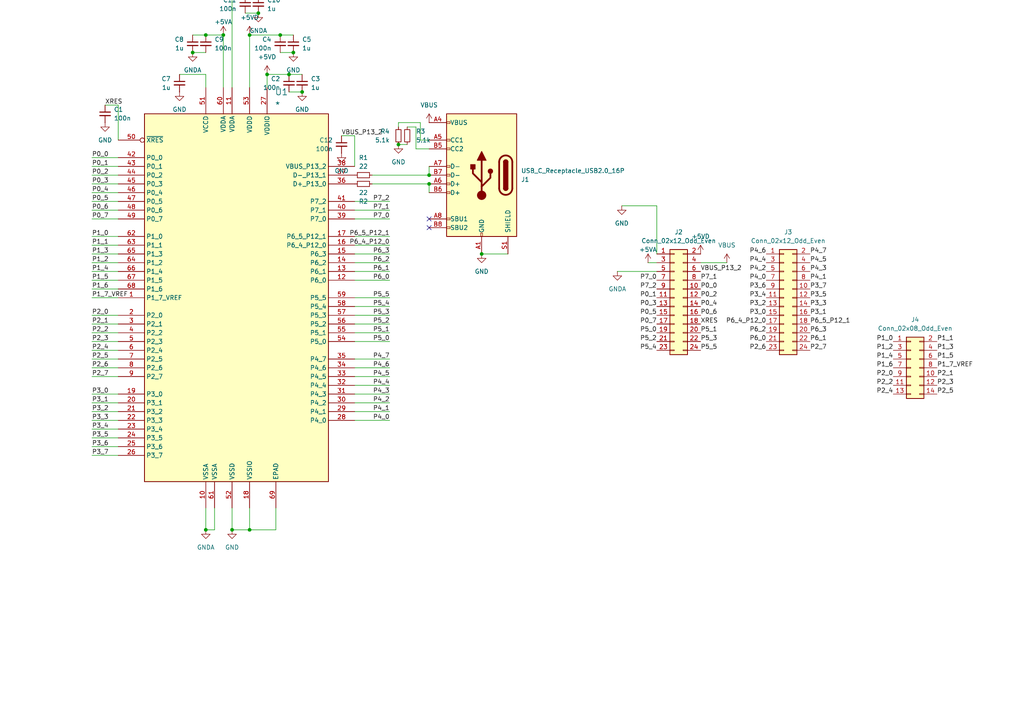
<source format=kicad_sch>
(kicad_sch (version 20231120) (generator "eeschema") (generator_version "8.0")
  (paper "A4")
  (lib_symbols
    (symbol "CY8C4248LTI-L475:CY8C4248LTI-L475"
      (property "Reference" "U" (at 61.468 0 0))
      (property "Value" "*" (at 61.468 -2.54 0))
      (symbol "CY8C4248LTI-L475_1_0"
        (rectangle (start 53.34 0) (end 0 -106.68) (stroke (width 0.254) (color 128 0 0 1)) (fill (type background)))
        (pin bidirectional line (at -7.62 -53.34 0) (length 7.62) (name "P1_7_VREF") (number "1"))
        (pin power_in line (at 17.78 -114.3 90) (length 7.62) (name "VSSA") (number "10"))
        (pin power_in line (at 25.4 7.62 270) (length 7.62) (name "VDDA") (number "11"))
        (pin bidirectional line (at 60.96 -48.26 180) (length 7.62) (name "P6_0") (number "12"))
        (pin bidirectional line (at 60.96 -45.72 180) (length 7.62) (name "P6_1") (number "13"))
        (pin bidirectional line (at 60.96 -43.18 180) (length 7.62) (name "P6_2") (number "14"))
        (pin bidirectional line (at 60.96 -40.64 180) (length 7.62) (name "P6_3") (number "15"))
        (pin bidirectional line (at 60.96 -38.1 180) (length 7.62) (name "P6_4_P12_0") (number "16"))
        (pin bidirectional line (at 60.96 -35.56 180) (length 7.62) (name "P6_5_P12_1") (number "17"))
        (pin power_in line (at 30.48 -114.3 90) (length 7.62) (name "VSSIO") (number "18"))
        (pin bidirectional line (at -7.62 -81.28 0) (length 7.62) (name "P3_0") (number "19"))
        (pin bidirectional line (at -7.62 -58.42 0) (length 7.62) (name "P2_0") (number "2"))
        (pin bidirectional line (at -7.62 -83.82 0) (length 7.62) (name "P3_1") (number "20"))
        (pin bidirectional line (at -7.62 -86.36 0) (length 7.62) (name "P3_2") (number "21"))
        (pin bidirectional line (at -7.62 -88.9 0) (length 7.62) (name "P3_3") (number "22"))
        (pin bidirectional line (at -7.62 -91.44 0) (length 7.62) (name "P3_4") (number "23"))
        (pin bidirectional line (at -7.62 -93.98 0) (length 7.62) (name "P3_5") (number "24"))
        (pin bidirectional line (at -7.62 -96.52 0) (length 7.62) (name "P3_6") (number "25"))
        (pin bidirectional line (at -7.62 -99.06 0) (length 7.62) (name "P3_7") (number "26"))
        (pin power_in line (at 35.56 7.62 270) (length 7.62) (name "VDDIO") (number "27"))
        (pin bidirectional line (at 60.96 -88.9 180) (length 7.62) (name "P4_0") (number "28"))
        (pin bidirectional line (at 60.96 -86.36 180) (length 7.62) (name "P4_1") (number "29"))
        (pin bidirectional line (at -7.62 -60.96 0) (length 7.62) (name "P2_1") (number "3"))
        (pin bidirectional line (at 60.96 -83.82 180) (length 7.62) (name "P4_2") (number "30"))
        (pin bidirectional line (at 60.96 -81.28 180) (length 7.62) (name "P4_3") (number "31"))
        (pin bidirectional line (at 60.96 -78.74 180) (length 7.62) (name "P4_4") (number "32"))
        (pin bidirectional line (at 60.96 -76.2 180) (length 7.62) (name "P4_5") (number "33"))
        (pin bidirectional line (at 60.96 -73.66 180) (length 7.62) (name "P4_6") (number "34"))
        (pin bidirectional line (at 60.96 -71.12 180) (length 7.62) (name "P4_7") (number "35"))
        (pin bidirectional line (at 60.96 -20.32 180) (length 7.62) (name "D+_P13_0") (number "36"))
        (pin bidirectional line (at 60.96 -17.78 180) (length 7.62) (name "D-_P13_1") (number "37"))
        (pin bidirectional line (at 60.96 -15.24 180) (length 7.62) (name "VBUS_P13_2") (number "38"))
        (pin bidirectional line (at 60.96 -30.48 180) (length 7.62) (name "P7_0") (number "39"))
        (pin bidirectional line (at -7.62 -63.5 0) (length 7.62) (name "P2_2") (number "4"))
        (pin bidirectional line (at 60.96 -27.94 180) (length 7.62) (name "P7_1") (number "40"))
        (pin bidirectional line (at 60.96 -25.4 180) (length 7.62) (name "P7_2") (number "41"))
        (pin bidirectional line (at -7.62 -12.7 0) (length 7.62) (name "P0_0") (number "42"))
        (pin bidirectional line (at -7.62 -15.24 0) (length 7.62) (name "P0_1") (number "43"))
        (pin bidirectional line (at -7.62 -17.78 0) (length 7.62) (name "P0_2") (number "44"))
        (pin bidirectional line (at -7.62 -20.32 0) (length 7.62) (name "P0_3") (number "45"))
        (pin bidirectional line (at -7.62 -22.86 0) (length 7.62) (name "P0_4") (number "46"))
        (pin bidirectional line (at -7.62 -25.4 0) (length 7.62) (name "P0_5") (number "47"))
        (pin bidirectional line (at -7.62 -27.94 0) (length 7.62) (name "P0_6") (number "48"))
        (pin bidirectional line (at -7.62 -30.48 0) (length 7.62) (name "P0_7") (number "49"))
        (pin bidirectional line (at -7.62 -66.04 0) (length 7.62) (name "P2_3") (number "5"))
        (pin input inverted (at -7.62 -7.62 0) (length 7.62) (name "~{XRES}") (number "50"))
        (pin power_in line (at 17.78 7.62 270) (length 7.62) (name "VCCD") (number "51"))
        (pin power_in line (at 25.4 -114.3 90) (length 7.62) (name "VSSD") (number "52"))
        (pin power_in line (at 30.48 7.62 270) (length 7.62) (name "VDDD") (number "53"))
        (pin bidirectional line (at 60.96 -66.04 180) (length 7.62) (name "P5_0") (number "54"))
        (pin bidirectional line (at 60.96 -63.5 180) (length 7.62) (name "P5_1") (number "55"))
        (pin bidirectional line (at 60.96 -60.96 180) (length 7.62) (name "P5_2") (number "56"))
        (pin bidirectional line (at 60.96 -58.42 180) (length 7.62) (name "P5_3") (number "57"))
        (pin bidirectional line (at 60.96 -55.88 180) (length 7.62) (name "P5_4") (number "58"))
        (pin bidirectional line (at 60.96 -53.34 180) (length 7.62) (name "P5_5") (number "59"))
        (pin bidirectional line (at -7.62 -68.58 0) (length 7.62) (name "P2_4") (number "6"))
        (pin power_in line (at 22.86 7.62 270) (length 7.62) (name "VDDA") (number "60"))
        (pin power_in line (at 20.32 -114.3 90) (length 7.62) (name "VSSA") (number "61"))
        (pin bidirectional line (at -7.62 -35.56 0) (length 7.62) (name "P1_0") (number "62"))
        (pin bidirectional line (at -7.62 -38.1 0) (length 7.62) (name "P1_1") (number "63"))
        (pin bidirectional line (at -7.62 -43.18 0) (length 7.62) (name "P1_2") (number "64"))
        (pin bidirectional line (at -7.62 -40.64 0) (length 7.62) (name "P1_3") (number "65"))
        (pin bidirectional line (at -7.62 -45.72 0) (length 7.62) (name "P1_4") (number "66"))
        (pin bidirectional line (at -7.62 -48.26 0) (length 7.62) (name "P1_5") (number "67"))
        (pin bidirectional line (at -7.62 -50.8 0) (length 7.62) (name "P1_6") (number "68"))
        (pin power_in line (at 38.1 -114.3 90) (length 7.62) (name "EPAD") (number "69"))
        (pin bidirectional line (at -7.62 -71.12 0) (length 7.62) (name "P2_5") (number "7"))
        (pin bidirectional line (at -7.62 -73.66 0) (length 7.62) (name "P2_6") (number "8"))
        (pin bidirectional line (at -7.62 -76.2 0) (length 7.62) (name "P2_7") (number "9"))
      )
    )
    (symbol "Connector:USB_C_Receptacle_USB2.0_16P" (pin_names (offset 1.016))
      (property "Reference" "J" (at 0 22.225 0))
      (property "Value" "USB_C_Receptacle_USB2.0_16P" (at 0 19.685 0))
      (symbol "USB_C_Receptacle_USB2.0_16P_0_0"
        (rectangle (start -0.254 -17.78) (end 0.254 -16.764))
        (rectangle (start 10.16 -14.986) (end 9.144 -15.494))
        (rectangle (start 10.16 -12.446) (end 9.144 -12.954))
        (rectangle (start 10.16 -4.826) (end 9.144 -5.334))
        (rectangle (start 10.16 -2.286) (end 9.144 -2.794))
        (rectangle (start 10.16 0.254) (end 9.144 -0.254))
        (rectangle (start 10.16 2.794) (end 9.144 2.286))
        (rectangle (start 10.16 7.874) (end 9.144 7.366))
        (rectangle (start 10.16 10.414) (end 9.144 9.906))
        (rectangle (start 10.16 15.494) (end 9.144 14.986))
      )
      (symbol "USB_C_Receptacle_USB2.0_16P_0_1"
        (rectangle (start -10.16 17.78) (end 10.16 -17.78) (stroke (width 0.254)) (fill (type background)))
        (arc (start -8.89 -3.81) (mid -6.985 -5.7067) (end -5.08 -3.81) (stroke (width 0.508)))
        (arc (start -7.62 -3.81) (mid -6.985 -4.4423) (end -6.35 -3.81) (stroke (width 0.254)))
        (arc (start -7.62 -3.81) (mid -6.985 -4.4423) (end -6.35 -3.81) (stroke (width 0.254)) (fill (type outline)))
        (rectangle (start -7.62 -3.81) (end -6.35 3.81) (stroke (width 0.254)) (fill (type outline)))
        (arc (start -6.35 3.81) (mid -6.985 4.4423) (end -7.62 3.81) (stroke (width 0.254)))
        (arc (start -6.35 3.81) (mid -6.985 4.4423) (end -7.62 3.81) (stroke (width 0.254)) (fill (type outline)))
        (arc (start -5.08 3.81) (mid -6.985 5.7067) (end -8.89 3.81) (stroke (width 0.508)))
        (circle (center -2.54 1.143) (radius 0.635) (stroke (width 0.254)) (fill (type outline)))
        (circle (center 0 -5.842) (radius 1.27) (fill (type outline)))
        (polyline (pts (xy -8.89 -3.81) (xy -8.89 3.81)) (stroke (width 0.508)))
        (polyline (pts (xy -5.08 3.81) (xy -5.08 -3.81)) (stroke (width 0.508)))
        (polyline (pts (xy 0 -5.842) (xy 0 4.318)) (stroke (width 0.508)))
        (polyline (pts (xy 0 -3.302) (xy -2.54 -0.762) (xy -2.54 0.508)) (stroke (width 0.508)))
        (polyline (pts (xy 0 -2.032) (xy 2.54 0.508) (xy 2.54 1.778)) (stroke (width 0.508)))
        (polyline (pts (xy -1.27 4.318) (xy 0 6.858) (xy 1.27 4.318) (xy -1.27 4.318)) (stroke (width 0.254)) (fill (type outline)))
        (rectangle (start 1.905 1.778) (end 3.175 3.048) (stroke (width 0.254)) (fill (type outline)))
      )
      (symbol "USB_C_Receptacle_USB2.0_16P_1_1"
        (pin passive line (at 0 -22.86 90) (length 5.08) (name "GND") (number "A1"))
        (pin passive line (at 0 -22.86 90) (length 5.08) hide (name "GND") (number "A12"))
        (pin passive line (at 15.24 15.24 180) (length 5.08) (name "VBUS") (number "A4"))
        (pin bidirectional line (at 15.24 10.16 180) (length 5.08) (name "CC1") (number "A5"))
        (pin bidirectional line (at 15.24 -2.54 180) (length 5.08) (name "D+") (number "A6"))
        (pin bidirectional line (at 15.24 2.54 180) (length 5.08) (name "D-") (number "A7"))
        (pin bidirectional line (at 15.24 -12.7 180) (length 5.08) (name "SBU1") (number "A8"))
        (pin passive line (at 15.24 15.24 180) (length 5.08) hide (name "VBUS") (number "A9"))
        (pin passive line (at 0 -22.86 90) (length 5.08) hide (name "GND") (number "B1"))
        (pin passive line (at 0 -22.86 90) (length 5.08) hide (name "GND") (number "B12"))
        (pin passive line (at 15.24 15.24 180) (length 5.08) hide (name "VBUS") (number "B4"))
        (pin bidirectional line (at 15.24 7.62 180) (length 5.08) (name "CC2") (number "B5"))
        (pin bidirectional line (at 15.24 -5.08 180) (length 5.08) (name "D+") (number "B6"))
        (pin bidirectional line (at 15.24 0 180) (length 5.08) (name "D-") (number "B7"))
        (pin bidirectional line (at 15.24 -15.24 180) (length 5.08) (name "SBU2") (number "B8"))
        (pin passive line (at 15.24 15.24 180) (length 5.08) hide (name "VBUS") (number "B9"))
        (pin passive line (at -7.62 -22.86 90) (length 5.08) (name "SHIELD") (number "S1"))
      )
    )
    (symbol "Connector_Generic:Conn_02x07_Odd_Even" (pin_names (offset 1.016) hide)
      (property "Reference" "J" (at 1.27 10.16 0))
      (property "Value" "Conn_02x07_Odd_Even" (at 1.27 -10.16 0))
      (symbol "Conn_02x07_Odd_Even_1_1"
        (rectangle (start -1.27 -7.493) (end 0 -7.747) (stroke (width 0.1524)))
        (rectangle (start -1.27 -4.953) (end 0 -5.207) (stroke (width 0.1524)))
        (rectangle (start -1.27 -2.413) (end 0 -2.667) (stroke (width 0.1524)))
        (rectangle (start -1.27 0.127) (end 0 -0.127) (stroke (width 0.1524)))
        (rectangle (start -1.27 2.667) (end 0 2.413) (stroke (width 0.1524)))
        (rectangle (start -1.27 5.207) (end 0 4.953) (stroke (width 0.1524)))
        (rectangle (start -1.27 7.747) (end 0 7.493) (stroke (width 0.1524)))
        (rectangle (start -1.27 8.89) (end 3.81 -8.89) (stroke (width 0.254)) (fill (type background)))
        (rectangle (start 3.81 -7.493) (end 2.54 -7.747) (stroke (width 0.1524)))
        (rectangle (start 3.81 -4.953) (end 2.54 -5.207) (stroke (width 0.1524)))
        (rectangle (start 3.81 -2.413) (end 2.54 -2.667) (stroke (width 0.1524)))
        (rectangle (start 3.81 0.127) (end 2.54 -0.127) (stroke (width 0.1524)))
        (rectangle (start 3.81 2.667) (end 2.54 2.413) (stroke (width 0.1524)))
        (rectangle (start 3.81 5.207) (end 2.54 4.953) (stroke (width 0.1524)))
        (rectangle (start 3.81 7.747) (end 2.54 7.493) (stroke (width 0.1524)))
        (pin passive line (at -5.08 7.62 0) (length 3.81) (name "Pin_1") (number "1"))
        (pin passive line (at 7.62 -2.54 180) (length 3.81) (name "Pin_10") (number "10"))
        (pin passive line (at -5.08 -5.08 0) (length 3.81) (name "Pin_11") (number "11"))
        (pin passive line (at 7.62 -5.08 180) (length 3.81) (name "Pin_12") (number "12"))
        (pin passive line (at -5.08 -7.62 0) (length 3.81) (name "Pin_13") (number "13"))
        (pin passive line (at 7.62 -7.62 180) (length 3.81) (name "Pin_14") (number "14"))
        (pin passive line (at 7.62 7.62 180) (length 3.81) (name "Pin_2") (number "2"))
        (pin passive line (at -5.08 5.08 0) (length 3.81) (name "Pin_3") (number "3"))
        (pin passive line (at 7.62 5.08 180) (length 3.81) (name "Pin_4") (number "4"))
        (pin passive line (at -5.08 2.54 0) (length 3.81) (name "Pin_5") (number "5"))
        (pin passive line (at 7.62 2.54 180) (length 3.81) (name "Pin_6") (number "6"))
        (pin passive line (at -5.08 0 0) (length 3.81) (name "Pin_7") (number "7"))
        (pin passive line (at 7.62 0 180) (length 3.81) (name "Pin_8") (number "8"))
        (pin passive line (at -5.08 -2.54 0) (length 3.81) (name "Pin_9") (number "9"))
      )
    )
    (symbol "Connector_Generic:Conn_02x12_Odd_Even" (pin_names (offset 1.016) hide)
      (property "Reference" "J" (at 1.27 15.24 0))
      (property "Value" "Conn_02x12_Odd_Even" (at 1.27 -17.78 0))
      (symbol "Conn_02x12_Odd_Even_1_1"
        (rectangle (start -1.27 -15.113) (end 0 -15.367) (stroke (width 0.1524)))
        (rectangle (start -1.27 -12.573) (end 0 -12.827) (stroke (width 0.1524)))
        (rectangle (start -1.27 -10.033) (end 0 -10.287) (stroke (width 0.1524)))
        (rectangle (start -1.27 -7.493) (end 0 -7.747) (stroke (width 0.1524)))
        (rectangle (start -1.27 -4.953) (end 0 -5.207) (stroke (width 0.1524)))
        (rectangle (start -1.27 -2.413) (end 0 -2.667) (stroke (width 0.1524)))
        (rectangle (start -1.27 0.127) (end 0 -0.127) (stroke (width 0.1524)))
        (rectangle (start -1.27 2.667) (end 0 2.413) (stroke (width 0.1524)))
        (rectangle (start -1.27 5.207) (end 0 4.953) (stroke (width 0.1524)))
        (rectangle (start -1.27 7.747) (end 0 7.493) (stroke (width 0.1524)))
        (rectangle (start -1.27 10.287) (end 0 10.033) (stroke (width 0.1524)))
        (rectangle (start -1.27 12.827) (end 0 12.573) (stroke (width 0.1524)))
        (rectangle (start -1.27 13.97) (end 3.81 -16.51) (stroke (width 0.254)) (fill (type background)))
        (rectangle (start 3.81 -15.113) (end 2.54 -15.367) (stroke (width 0.1524)))
        (rectangle (start 3.81 -12.573) (end 2.54 -12.827) (stroke (width 0.1524)))
        (rectangle (start 3.81 -10.033) (end 2.54 -10.287) (stroke (width 0.1524)))
        (rectangle (start 3.81 -7.493) (end 2.54 -7.747) (stroke (width 0.1524)))
        (rectangle (start 3.81 -4.953) (end 2.54 -5.207) (stroke (width 0.1524)))
        (rectangle (start 3.81 -2.413) (end 2.54 -2.667) (stroke (width 0.1524)))
        (rectangle (start 3.81 0.127) (end 2.54 -0.127) (stroke (width 0.1524)))
        (rectangle (start 3.81 2.667) (end 2.54 2.413) (stroke (width 0.1524)))
        (rectangle (start 3.81 5.207) (end 2.54 4.953) (stroke (width 0.1524)))
        (rectangle (start 3.81 7.747) (end 2.54 7.493) (stroke (width 0.1524)))
        (rectangle (start 3.81 10.287) (end 2.54 10.033) (stroke (width 0.1524)))
        (rectangle (start 3.81 12.827) (end 2.54 12.573) (stroke (width 0.1524)))
        (pin passive line (at -5.08 12.7 0) (length 3.81) (name "Pin_1") (number "1"))
        (pin passive line (at 7.62 2.54 180) (length 3.81) (name "Pin_10") (number "10"))
        (pin passive line (at -5.08 0 0) (length 3.81) (name "Pin_11") (number "11"))
        (pin passive line (at 7.62 0 180) (length 3.81) (name "Pin_12") (number "12"))
        (pin passive line (at -5.08 -2.54 0) (length 3.81) (name "Pin_13") (number "13"))
        (pin passive line (at 7.62 -2.54 180) (length 3.81) (name "Pin_14") (number "14"))
        (pin passive line (at -5.08 -5.08 0) (length 3.81) (name "Pin_15") (number "15"))
        (pin passive line (at 7.62 -5.08 180) (length 3.81) (name "Pin_16") (number "16"))
        (pin passive line (at -5.08 -7.62 0) (length 3.81) (name "Pin_17") (number "17"))
        (pin passive line (at 7.62 -7.62 180) (length 3.81) (name "Pin_18") (number "18"))
        (pin passive line (at -5.08 -10.16 0) (length 3.81) (name "Pin_19") (number "19"))
        (pin passive line (at 7.62 12.7 180) (length 3.81) (name "Pin_2") (number "2"))
        (pin passive line (at 7.62 -10.16 180) (length 3.81) (name "Pin_20") (number "20"))
        (pin passive line (at -5.08 -12.7 0) (length 3.81) (name "Pin_21") (number "21"))
        (pin passive line (at 7.62 -12.7 180) (length 3.81) (name "Pin_22") (number "22"))
        (pin passive line (at -5.08 -15.24 0) (length 3.81) (name "Pin_23") (number "23"))
        (pin passive line (at 7.62 -15.24 180) (length 3.81) (name "Pin_24") (number "24"))
        (pin passive line (at -5.08 10.16 0) (length 3.81) (name "Pin_3") (number "3"))
        (pin passive line (at 7.62 10.16 180) (length 3.81) (name "Pin_4") (number "4"))
        (pin passive line (at -5.08 7.62 0) (length 3.81) (name "Pin_5") (number "5"))
        (pin passive line (at 7.62 7.62 180) (length 3.81) (name "Pin_6") (number "6"))
        (pin passive line (at -5.08 5.08 0) (length 3.81) (name "Pin_7") (number "7"))
        (pin passive line (at 7.62 5.08 180) (length 3.81) (name "Pin_8") (number "8"))
        (pin passive line (at -5.08 2.54 0) (length 3.81) (name "Pin_9") (number "9"))
      )
    )
    (symbol "Device:C_Small" (pin_numbers hide) (pin_names (offset 0.254) hide)
      (property "Reference" "C" (at 0.254 1.778 0))
      (property "Value" "C_Small" (at 0.254 -2.032 0))
      (symbol "C_Small_0_1"
        (polyline (pts (xy -1.524 -0.508) (xy 1.524 -0.508)) (stroke (width 0.3302)))
        (polyline (pts (xy -1.524 0.508) (xy 1.524 0.508)) (stroke (width 0.3048)))
      )
      (symbol "C_Small_1_1"
        (pin passive line (at 0 2.54 270) (length 2.032) (name "~") (number "1"))
        (pin passive line (at 0 -2.54 90) (length 2.032) (name "~") (number "2"))
      )
    )
    (symbol "Device:R_Small" (pin_numbers hide) (pin_names (offset 0.254) hide)
      (property "Reference" "R" (at 0.762 0.508 0))
      (property "Value" "R_Small" (at 0.762 -1.016 0))
      (symbol "R_Small_0_1"
        (rectangle (start -0.762 1.778) (end 0.762 -1.778) (stroke (width 0.2032)))
      )
      (symbol "R_Small_1_1"
        (pin passive line (at 0 2.54 270) (length 0.762) (name "~") (number "1"))
        (pin passive line (at 0 -2.54 90) (length 0.762) (name "~") (number "2"))
      )
    )
    (symbol "power:+5VA" (power) (pin_numbers hide) (pin_names (offset 0) hide)
      (property "Value" "+5VA" (at 0 3.556 0))
      (symbol "+5VA_0_1"
        (polyline (pts (xy -0.762 1.27) (xy 0 2.54)))
        (polyline (pts (xy 0 0) (xy 0 2.54)))
        (polyline (pts (xy 0 2.54) (xy 0.762 1.27)))
      )
      (symbol "+5VA_1_1"
        (pin power_in line (at 0 0 90) (length 0) (name "~") (number "1"))
      )
    )
    (symbol "power:+5VD" (power) (pin_numbers hide) (pin_names (offset 0) hide)
      (property "Value" "+5VD" (at 0 3.556 0))
      (symbol "+5VD_0_1"
        (polyline (pts (xy -0.762 1.27) (xy 0 2.54)))
        (polyline (pts (xy 0 0) (xy 0 2.54)))
        (polyline (pts (xy 0 2.54) (xy 0.762 1.27)))
      )
      (symbol "+5VD_1_1"
        (pin power_in line (at 0 0 90) (length 0) (name "~") (number "1"))
      )
    )
    (symbol "power:GND" (power) (pin_numbers hide) (pin_names (offset 0) hide)
      (property "Value" "GND" (at 0 -3.81 0))
      (symbol "GND_0_1"
        (polyline (pts (xy 0 0) (xy 0 -1.27) (xy 1.27 -1.27) (xy 0 -2.54) (xy -1.27 -1.27) (xy 0 -1.27)))
      )
      (symbol "GND_1_1"
        (pin power_in line (at 0 0 270) (length 0) (name "~") (number "1"))
      )
    )
    (symbol "power:GNDA" (power) (pin_numbers hide) (pin_names (offset 0) hide)
      (property "Value" "GNDA" (at 0 -3.81 0))
      (symbol "GNDA_0_1"
        (polyline (pts (xy 0 0) (xy 0 -1.27) (xy 1.27 -1.27) (xy 0 -2.54) (xy -1.27 -1.27) (xy 0 -1.27)))
      )
      (symbol "GNDA_1_1"
        (pin power_in line (at 0 0 270) (length 0) (name "~") (number "1"))
      )
    )
    (symbol "power:VBUS" (power) (pin_numbers hide) (pin_names (offset 0) hide)
      (property "Value" "VBUS" (at 0 3.556 0))
      (symbol "VBUS_0_1"
        (polyline (pts (xy -0.762 1.27) (xy 0 2.54)))
        (polyline (pts (xy 0 0) (xy 0 2.54)))
        (polyline (pts (xy 0 2.54) (xy 0.762 1.27)))
      )
      (symbol "VBUS_1_1"
        (pin power_in line (at 0 0 90) (length 0) (name "~") (number "1"))
      )
    )
  )
  (junction (at 67.31 153.67))
  (junction (at 115.57 41.91))
  (junction (at 124.46 50.8))
  (junction (at 83.82 21.59))
  (junction (at 87.63 26.67))
  (junction (at 139.7 73.66))
  (junction (at 74.93 3.81))
  (junction (at 71.12 -1.27))
  (junction (at 55.88 15.24))
  (junction (at 59.69 153.67))
  (junction (at 72.39 153.67))
  (junction (at 67.31 -1.27))
  (junction (at 124.46 53.34))
  (junction (at 64.77 10.16))
  (junction (at 77.47 21.59))
  (junction (at 59.69 10.16))
  (junction (at 85.09 15.24))
  (junction (at 72.39 10.16))
  (junction (at 81.28 10.16))
  (no_connect (at 124.46 66.04))
  (no_connect (at 124.46 63.5))
  (wire (pts (xy 26.67 121.92) (xy 34.29 121.92)))
  (wire (pts (xy 26.67 124.46) (xy 34.29 124.46)))
  (wire (pts (xy 26.67 45.72) (xy 34.29 45.72)))
  (wire (pts (xy 26.67 78.74) (xy 34.29 78.74)))
  (wire (pts (xy 26.67 106.68) (xy 34.29 106.68)))
  (wire (pts (xy 113.03 91.44) (xy 102.87 91.44)))
  (wire (pts (xy 113.03 73.66) (xy 102.87 73.66)))
  (wire (pts (xy 67.31 25.4) (xy 67.31 -1.27)))
  (wire (pts (xy 113.03 81.28) (xy 102.87 81.28)))
  (wire (pts (xy 34.29 30.48) (xy 34.29 40.64)))
  (wire (pts (xy 113.03 96.52) (xy 102.87 96.52)))
  (wire (pts (xy 64.77 25.4) (xy 64.77 10.16)))
  (wire (pts (xy 26.67 101.6) (xy 34.29 101.6)))
  (wire (pts (xy 26.67 93.98) (xy 34.29 93.98)))
  (wire (pts (xy 26.67 109.22) (xy 34.29 109.22)))
  (wire (pts (xy 113.03 116.84) (xy 102.87 116.84)))
  (wire (pts (xy 113.03 76.2) (xy 102.87 76.2)))
  (wire (pts (xy 26.67 76.2) (xy 34.29 76.2)))
  (wire (pts (xy 113.03 106.68) (xy 102.87 106.68)))
  (wire (pts (xy 26.67 129.54) (xy 34.29 129.54)))
  (wire (pts (xy 121.92 35.56) (xy 115.57 35.56)))
  (wire (pts (xy 115.57 41.91) (xy 118.11 41.91)))
  (wire (pts (xy 67.31 147.32) (xy 67.31 153.67)))
  (wire (pts (xy 180.34 59.69) (xy 190.5 59.69)))
  (wire (pts (xy 59.69 153.67) (xy 62.23 153.67)))
  (wire (pts (xy 26.67 127) (xy 34.29 127)))
  (wire (pts (xy 118.11 36.83) (xy 120.65 36.83)))
  (wire (pts (xy 26.67 81.28) (xy 34.29 81.28)))
  (wire (pts (xy 115.57 35.56) (xy 115.57 36.83)))
  (wire (pts (xy 87.63 21.59) (xy 83.82 21.59)))
  (wire (pts (xy 113.03 58.42) (xy 102.87 58.42)))
  (wire (pts (xy 26.67 86.36) (xy 34.29 86.36)))
  (wire (pts (xy 113.03 86.36) (xy 102.87 86.36)))
  (wire (pts (xy 179.07 78.74) (xy 190.5 78.74)))
  (wire (pts (xy 113.03 99.06) (xy 102.87 99.06)))
  (wire (pts (xy 120.65 43.18) (xy 124.46 43.18)))
  (wire (pts (xy 74.93 -1.27) (xy 71.12 -1.27)))
  (wire (pts (xy 59.69 25.4) (xy 59.69 21.59)))
  (wire (pts (xy 121.92 40.64) (xy 121.92 35.56)))
  (wire (pts (xy 203.2 76.2) (xy 210.82 76.2)))
  (wire (pts (xy 80.01 153.67) (xy 80.01 147.32)))
  (wire (pts (xy 113.03 78.74) (xy 102.87 78.74)))
  (wire (pts (xy 52.07 21.59) (xy 59.69 21.59)))
  (wire (pts (xy 26.67 68.58) (xy 34.29 68.58)))
  (wire (pts (xy 26.67 63.5) (xy 34.29 63.5)))
  (wire (pts (xy 26.67 60.96) (xy 34.29 60.96)))
  (wire (pts (xy 113.03 60.96) (xy 102.87 60.96)))
  (wire (pts (xy 113.03 71.12) (xy 102.87 71.12)))
  (wire (pts (xy 72.39 25.4) (xy 72.39 10.16)))
  (wire (pts (xy 113.03 119.38) (xy 102.87 119.38)))
  (wire (pts (xy 113.03 68.58) (xy 102.87 68.58)))
  (wire (pts (xy 64.77 10.16) (xy 59.69 10.16)))
  (wire (pts (xy 30.48 30.48) (xy 34.29 30.48)))
  (wire (pts (xy 67.31 153.67) (xy 72.39 153.67)))
  (wire (pts (xy 55.88 10.16) (xy 59.69 10.16)))
  (wire (pts (xy 124.46 53.34) (xy 124.46 55.88)))
  (wire (pts (xy 85.09 10.16) (xy 81.28 10.16)))
  (wire (pts (xy 55.88 15.24) (xy 59.69 15.24)))
  (wire (pts (xy 113.03 104.14) (xy 102.87 104.14)))
  (wire (pts (xy 62.23 147.32) (xy 62.23 153.67)))
  (wire (pts (xy 26.67 99.06) (xy 34.29 99.06)))
  (wire (pts (xy 83.82 21.59) (xy 77.47 21.59)))
  (wire (pts (xy 102.87 39.37) (xy 99.06 39.37)))
  (wire (pts (xy 26.67 71.12) (xy 34.29 71.12)))
  (wire (pts (xy 107.95 50.8) (xy 124.46 50.8)))
  (wire (pts (xy 102.87 48.26) (xy 102.87 39.37)))
  (wire (pts (xy 72.39 147.32) (xy 72.39 153.67)))
  (wire (pts (xy 113.03 88.9) (xy 102.87 88.9)))
  (wire (pts (xy 190.5 59.69) (xy 190.5 73.66)))
  (wire (pts (xy 26.67 116.84) (xy 34.29 116.84)))
  (wire (pts (xy 26.67 114.3) (xy 34.29 114.3)))
  (wire (pts (xy 26.67 119.38) (xy 34.29 119.38)))
  (wire (pts (xy 113.03 63.5) (xy 102.87 63.5)))
  (wire (pts (xy 71.12 3.81) (xy 74.93 3.81)))
  (wire (pts (xy 107.95 53.34) (xy 124.46 53.34)))
  (wire (pts (xy 26.67 48.26) (xy 34.29 48.26)))
  (wire (pts (xy 139.7 73.66) (xy 147.32 73.66)))
  (wire (pts (xy 59.69 147.32) (xy 59.69 153.67)))
  (wire (pts (xy 26.67 53.34) (xy 34.29 53.34)))
  (wire (pts (xy 26.67 132.08) (xy 34.29 132.08)))
  (wire (pts (xy 113.03 121.92) (xy 102.87 121.92)))
  (wire (pts (xy 113.03 111.76) (xy 102.87 111.76)))
  (wire (pts (xy 26.67 50.8) (xy 34.29 50.8)))
  (wire (pts (xy 67.31 -1.27) (xy 71.12 -1.27)))
  (wire (pts (xy 124.46 40.64) (xy 121.92 40.64)))
  (wire (pts (xy 26.67 73.66) (xy 34.29 73.66)))
  (wire (pts (xy 72.39 153.67) (xy 80.01 153.67)))
  (wire (pts (xy 120.65 36.83) (xy 120.65 43.18)))
  (wire (pts (xy 187.96 76.2) (xy 190.5 76.2)))
  (wire (pts (xy 26.67 58.42) (xy 34.29 58.42)))
  (wire (pts (xy 72.39 10.16) (xy 81.28 10.16)))
  (wire (pts (xy 81.28 15.24) (xy 85.09 15.24)))
  (wire (pts (xy 124.46 48.26) (xy 124.46 50.8)))
  (wire (pts (xy 113.03 114.3) (xy 102.87 114.3)))
  (wire (pts (xy 113.03 109.22) (xy 102.87 109.22)))
  (wire (pts (xy 26.67 96.52) (xy 34.29 96.52)))
  (wire (pts (xy 26.67 55.88) (xy 34.29 55.88)))
  (wire (pts (xy 113.03 93.98) (xy 102.87 93.98)))
  (wire (pts (xy 83.82 26.67) (xy 87.63 26.67)))
  (wire (pts (xy 26.67 91.44) (xy 34.29 91.44)))
  (wire (pts (xy 77.47 21.59) (xy 77.47 25.4)))
  (wire (pts (xy 26.67 83.82) (xy 34.29 83.82)))
  (wire (pts (xy 26.67 104.14) (xy 34.29 104.14)))
  (label "P3_7" (at 26.67 132.08 0))
  (label "P5_1" (at 203.2 96.52 0))
  (label "P1_6" (at 259.08 106.68 180))
  (label "P2_4" (at 26.67 101.6 0))
  (label "P0_3" (at 190.5 88.9 180))
  (label "P1_1" (at 26.67 71.12 0))
  (label "P2_3" (at 271.78 111.76 0))
  (label "P4_4" (at 222.25 76.2 180))
  (label "P2_1" (at 26.67 93.98 0))
  (label "P3_6" (at 222.25 83.82 180))
  (label "P3_2" (at 222.25 88.9 180))
  (label "P1_3" (at 271.78 101.6 0))
  (label "P3_1" (at 26.67 116.84 0))
  (label "P0_1" (at 26.67 48.26 0))
  (label "P6_3" (at 113.03 73.66 180))
  (label "P4_3" (at 234.95 78.74 0))
  (label "P1_0" (at 259.08 99.06 180))
  (label "P0_4" (at 203.2 88.9 0))
  (label "P4_2" (at 113.03 116.84 180))
  (label "P6_2" (at 113.03 76.2 180))
  (label "P4_1" (at 234.95 81.28 0))
  (label "P3_4" (at 26.67 124.46 0))
  (label "P0_0" (at 26.67 45.72 0))
  (label "P5_5" (at 203.2 101.6 0))
  (label "P5_1" (at 113.03 96.52 180))
  (label "P2_2" (at 26.67 96.52 0))
  (label "P4_6" (at 113.03 106.68 180))
  (label "P7_0" (at 113.03 63.5 180))
  (label "P7_1" (at 203.2 81.28 0))
  (label "P2_0" (at 259.08 109.22 180))
  (label "P3_5" (at 26.67 127 0))
  (label "P7_0" (at 190.5 81.28 180))
  (label "P4_4" (at 113.03 111.76 180))
  (label "P1_1" (at 271.78 99.06 0))
  (label "P5_3" (at 113.03 91.44 180))
  (label "VBUS_P13_2" (at 203.2 78.74 0))
  (label "P3_3" (at 26.67 121.92 0))
  (label "P0_5" (at 26.67 58.42 0))
  (label "P3_0" (at 26.67 114.3 0))
  (label "P1_7_VREF" (at 26.67 86.36 0))
  (label "P5_3" (at 203.2 99.06 0))
  (label "P3_1" (at 234.95 91.44 0))
  (label "P7_1" (at 113.03 60.96 180))
  (label "P5_0" (at 113.03 99.06 180))
  (label "P2_7" (at 26.67 109.22 0))
  (label "P6_5_P12_1" (at 234.95 93.98 0))
  (label "P7_2" (at 190.5 83.82 180))
  (label "P0_2" (at 26.67 50.8 0))
  (label "P4_1" (at 113.03 119.38 180))
  (label "P6_0" (at 222.25 99.06 180))
  (label "P5_2" (at 190.5 99.06 180))
  (label "P1_5" (at 26.67 81.28 0))
  (label "P4_3" (at 113.03 114.3 180))
  (label "P4_7" (at 234.95 73.66 0))
  (label "P4_2" (at 222.25 78.74 180))
  (label "P5_0" (at 190.5 96.52 180))
  (label "P6_2" (at 222.25 96.52 180))
  (label "P6_4_P12_0" (at 113.03 71.12 180))
  (label "P5_4" (at 190.5 101.6 180))
  (label "P3_2" (at 26.67 119.38 0))
  (label "P5_5" (at 113.03 86.36 180))
  (label "XRES" (at 30.48 30.48 0))
  (label "P5_4" (at 113.03 88.9 180))
  (label "P5_2" (at 113.03 93.98 180))
  (label "VBUS_P13_2" (at 99.06 39.37 0))
  (label "P2_4" (at 259.08 114.3 180))
  (label "P6_3" (at 234.95 96.52 0))
  (label "P4_0" (at 113.03 121.92 180))
  (label "P0_6" (at 203.2 91.44 0))
  (label "P3_3" (at 234.95 88.9 0))
  (label "P4_7" (at 113.03 104.14 180))
  (label "XRES" (at 203.2 93.98 0))
  (label "P1_3" (at 26.67 73.66 0))
  (label "P4_5" (at 113.03 109.22 180))
  (label "P4_6" (at 222.25 73.66 180))
  (label "P0_5" (at 190.5 91.44 180))
  (label "P1_0" (at 26.67 68.58 0))
  (label "P3_6" (at 26.67 129.54 0))
  (label "P0_1" (at 190.5 86.36 180))
  (label "P0_4" (at 26.67 55.88 0))
  (label "P1_2" (at 26.67 76.2 0))
  (label "P2_3" (at 26.67 99.06 0))
  (label "P1_4" (at 26.67 78.74 0))
  (label "P2_2" (at 259.08 111.76 180))
  (label "P0_2" (at 203.2 86.36 0))
  (label "P2_6" (at 222.25 101.6 180))
  (label "P3_0" (at 222.25 91.44 180))
  (label "P0_0" (at 203.2 83.82 0))
  (label "P2_0" (at 26.67 91.44 0))
  (label "P1_4" (at 259.08 104.14 180))
  (label "P2_6" (at 26.67 106.68 0))
  (label "P3_7" (at 234.95 83.82 0))
  (label "P3_5" (at 234.95 86.36 0))
  (label "P2_1" (at 271.78 109.22 0))
  (label "P2_5" (at 271.78 114.3 0))
  (label "P2_5" (at 26.67 104.14 0))
  (label "P1_5" (at 271.78 104.14 0))
  (label "P6_5_P12_1" (at 113.03 68.58 180))
  (label "P0_3" (at 26.67 53.34 0))
  (label "P4_5" (at 234.95 76.2 0))
  (label "P6_1" (at 234.95 99.06 0))
  (label "P6_4_P12_0" (at 222.25 93.98 180))
  (label "P0_7" (at 190.5 93.98 180))
  (label "P6_1" (at 113.03 78.74 180))
  (label "P0_6" (at 26.67 60.96 0))
  (label "P4_0" (at 222.25 81.28 180))
  (label "P2_7" (at 234.95 101.6 0))
  (label "P1_7_VREF" (at 271.78 106.68 0))
  (label "P1_2" (at 259.08 101.6 180))
  (label "P6_0" (at 113.03 81.28 180))
  (label "P3_4" (at 222.25 86.36 180))
  (label "P1_6" (at 26.67 83.82 0))
  (label "P7_2" (at 113.03 58.42 180))
  (label "P0_7" (at 26.67 63.5 0))
  (symbol (lib_id "Device:R_Small") (at 118.11 39.37 0) (unit 1)
    (property "Reference" "R3" (at 120.65 38.0999 0) (effects (justify left)))
    (property "Value" "5.1k" (at 120.65 40.6399 0) (effects (justify left)))
    (property "Footprint" "Resistor_SMD:R_0402_1005Metric" (effects (hide yes)))
    (property "Description" "Resistor, small symbol" (effects (hide yes)))
  )
  (symbol (lib_id "Device:C_Small") (at 81.28 12.7 0) (mirror y) (unit 1)
    (property "Reference" "C4" (at 78.74 11.4362 0) (effects (justify left)))
    (property "Value" "100n" (at 78.74 13.9762 0) (effects (justify left)))
    (property "Footprint" "Capacitor_SMD:C_0402_1005Metric" (effects (hide yes)))
    (property "Description" "Unpolarized capacitor, small symbol" (effects (hide yes)))
  )
  (symbol (lib_id "CY8C4248LTI-L475:CY8C4248LTI-L475") (at 41.91 33.02 0) (unit 1)
    (property "Reference" "U1" (at 79.6641 26.67 0) (effects (font (size 1.8288 1.8288)) (justify left)))
    (property "Value" "*" (at 79.6641 30.48 0) (effects (font (size 1.8288 1.8288)) (justify left)))
    (property "Footprint" "CY8C4248LTI-L475:QFN40P800X800X100-69N" (effects (hide yes)))
    (property "Part_Number" "CY8C4248LTI-L475" (effects (hide yes)))
  )
  (symbol (lib_id "Device:C_Small") (at 55.88 12.7 0) (mirror y) (unit 1)
    (property "Reference" "C8" (at 53.34 11.4362 0) (effects (justify left)))
    (property "Value" "1u" (at 53.34 13.9762 0) (effects (justify left)))
    (property "Footprint" "Capacitor_SMD:C_0402_1005Metric" (effects (hide yes)))
    (property "Description" "Unpolarized capacitor, small symbol" (effects (hide yes)))
  )
  (symbol (lib_id "power:+5VD") (at 77.47 21.59 0) (unit 1)
    (property "Reference" "#PWR09" (effects (hide yes)))
    (property "Value" "+5VD" (at 77.47 16.51 0))
    (property "Description" "Power symbol creates a global label with name \"+5VD\"" (effects (hide yes)))
  )
  (symbol (lib_id "Device:C_Small") (at 83.82 24.13 0) (mirror y) (unit 1)
    (property "Reference" "C2" (at 81.28 22.8662 0) (effects (justify left)))
    (property "Value" "100n" (at 81.28 25.4062 0) (effects (justify left)))
    (property "Footprint" "Capacitor_SMD:C_0402_1005Metric" (effects (hide yes)))
    (property "Description" "Unpolarized capacitor, small symbol" (effects (hide yes)))
  )
  (symbol (lib_id "Device:C_Small") (at 87.63 24.13 0) (unit 1)
    (property "Reference" "C3" (at 90.17 22.8662 0) (effects (justify left)))
    (property "Value" "1u" (at 90.17 25.4062 0) (effects (justify left)))
    (property "Footprint" "Capacitor_SMD:C_0402_1005Metric" (effects (hide yes)))
    (property "Description" "Unpolarized capacitor, small symbol" (effects (hide yes)))
  )
  (symbol (lib_id "power:VBUS") (at 210.82 76.2 0) (unit 1)
    (property "Reference" "#PWR020" (effects (hide yes)))
    (property "Value" "VBUS" (at 210.82 71.12 0))
    (property "Description" "Power symbol creates a global label with name \"VBUS\"" (effects (hide yes)))
  )
  (symbol (lib_id "Device:C_Small") (at 59.69 12.7 0) (unit 1)
    (property "Reference" "C9" (at 62.23 11.4362 0) (effects (justify left)))
    (property "Value" "100n" (at 62.23 13.9762 0) (effects (justify left)))
    (property "Footprint" "Capacitor_SMD:C_0402_1005Metric" (effects (hide yes)))
    (property "Description" "Unpolarized capacitor, small symbol" (effects (hide yes)))
  )
  (symbol (lib_id "Device:C_Small") (at 99.06 41.91 0) (mirror y) (unit 1)
    (property "Reference" "C12" (at 96.52 40.6462 0) (effects (justify left)))
    (property "Value" "100n" (at 96.52 43.1862 0) (effects (justify left)))
    (property "Footprint" "Capacitor_SMD:C_0402_1005Metric" (effects (hide yes)))
    (property "Description" "Unpolarized capacitor, small symbol" (effects (hide yes)))
  )
  (symbol (lib_id "power:+5VA") (at 64.77 10.16 0) (unit 1)
    (property "Reference" "#PWR012" (effects (hide yes)))
    (property "Value" "+5VA" (at 64.77 6.35 0))
    (property "Description" "Power symbol creates a global label with name \"+5VA\"" (effects (hide yes)))
  )
  (symbol (lib_id "Device:C_Small") (at 85.09 12.7 0) (unit 1)
    (property "Reference" "C5" (at 87.63 11.4362 0) (effects (justify left)))
    (property "Value" "1u" (at 87.63 13.9762 0) (effects (justify left)))
    (property "Footprint" "Capacitor_SMD:C_0402_1005Metric" (effects (hide yes)))
    (property "Description" "Unpolarized capacitor, small symbol" (effects (hide yes)))
  )
  (symbol (lib_id "Device:C_Small") (at 52.07 24.13 0) (mirror y) (unit 1)
    (property "Reference" "C7" (at 49.53 22.8662 0) (effects (justify left)))
    (property "Value" "1u" (at 49.53 25.4062 0) (effects (justify left)))
    (property "Footprint" "Capacitor_SMD:C_0402_1005Metric" (effects (hide yes)))
    (property "Description" "Unpolarized capacitor, small symbol" (effects (hide yes)))
  )
  (symbol (lib_id "power:+5VA") (at 187.96 76.2 0) (unit 1)
    (property "Reference" "#PWR019" (effects (hide yes)))
    (property "Value" "+5VA" (at 187.96 72.39 0))
    (property "Description" "Power symbol creates a global label with name \"+5VA\"" (effects (hide yes)))
  )
  (symbol (lib_id "Device:R_Small") (at 105.41 53.34 90) (mirror x) (unit 1)
    (property "Reference" "R2" (at 105.41 58.42 90))
    (property "Value" "22" (at 105.41 55.88 90))
    (property "Footprint" "Resistor_SMD:R_0402_1005Metric" (effects (hide yes)))
    (property "Description" "Resistor, small symbol" (effects (hide yes)))
  )
  (symbol (lib_id "Connector:USB_C_Receptacle_USB2.0_16P") (at 139.7 50.8 0) (mirror y) (unit 1)
    (property "Reference" "J1" (at 151.13 52.0701 0) (effects (justify right)))
    (property "Value" "USB_C_Receptacle_USB2.0_16P" (at 151.13 49.5301 0) (effects (justify right)))
    (property "Footprint" "Connector_USB:USB_C_Receptacle_HRO_TYPE-C-31-M-12" (effects (hide yes)))
    (property "Datasheet" "https://www.usb.org/sites/default/files/documents/usb_type-c.zip" (effects (hide yes)))
    (property "Description" "USB 2.0-only 16P Type-C Receptacle connector" (effects (hide yes)))
  )
  (symbol (lib_id "Connector_Generic:Conn_02x07_Odd_Even") (at 264.16 106.68 0) (unit 1)
    (property "Reference" "J4" (at 265.43 92.71 0))
    (property "Value" "Conn_02x08_Odd_Even" (at 265.43 95.25 0))
    (property "Footprint" "Connector_PinSocket_2.54mm:PinSocket_2x07_P2.54mm_Vertical" (effects (hide yes)))
    (property "Description" "Generic connector, double row, 02x07, odd/even pin numbering scheme (row 1 odd numbers, row 2 even numbers), script generated (kicad-library-utils/schlib/autogen/connector/)" (effects (hide yes)))
  )
  (symbol (lib_id "Device:C_Small") (at 74.93 1.27 0) (unit 1)
    (property "Reference" "C10" (at 77.47 0.0062 0) (effects (justify left)))
    (property "Value" "1u" (at 77.47 2.5462 0) (effects (justify left)))
    (property "Footprint" "Capacitor_SMD:C_0402_1005Metric" (effects (hide yes)))
    (property "Description" "Unpolarized capacitor, small symbol" (effects (hide yes)))
  )
  (symbol (lib_id "power:GND") (at 99.06 44.45 0) (unit 1)
    (property "Reference" "#PWR07" (effects (hide yes)))
    (property "Value" "GND" (at 99.06 49.53 0))
    (property "Description" "Power symbol creates a global label with name \"GND\" , ground" (effects (hide yes)))
  )
  (symbol (lib_id "power:+5VD") (at 203.2 73.66 0) (unit 1)
    (property "Reference" "#PWR018" (effects (hide yes)))
    (property "Value" "+5VD" (at 203.2 68.58 0))
    (property "Description" "Power symbol creates a global label with name \"+5VD\"" (effects (hide yes)))
  )
  (symbol (lib_id "Device:C_Small") (at 30.48 33.02 0) (unit 1)
    (property "Reference" "C1" (at 33.02 31.7562 0) (effects (justify left)))
    (property "Value" "100n" (at 33.02 34.2962 0) (effects (justify left)))
    (property "Footprint" "Capacitor_SMD:C_0402_1005Metric" (effects (hide yes)))
    (property "Description" "Unpolarized capacitor, small symbol" (effects (hide yes)))
  )
  (symbol (lib_id "power:GNDA") (at 74.93 3.81 0) (unit 1)
    (property "Reference" "#PWR06" (effects (hide yes)))
    (property "Value" "GNDA" (at 74.93 8.89 0))
    (property "Description" "Power symbol creates a global label with name \"GNDA\" , analog ground" (effects (hide yes)))
  )
  (symbol (lib_id "power:GNDA") (at 59.69 153.67 0) (unit 1)
    (property "Reference" "#PWR014" (effects (hide yes)))
    (property "Value" "GNDA" (at 59.69 158.75 0))
    (property "Description" "Power symbol creates a global label with name \"GNDA\" , analog ground" (effects (hide yes)))
  )
  (symbol (lib_id "power:GNDA") (at 179.07 78.74 0) (unit 1)
    (property "Reference" "#PWR022" (effects (hide yes)))
    (property "Value" "GNDA" (at 179.07 83.82 0))
    (property "Description" "Power symbol creates a global label with name \"GNDA\" , analog ground" (effects (hide yes)))
  )
  (symbol (lib_id "power:+5VD") (at 72.39 10.16 0) (unit 1)
    (property "Reference" "#PWR08" (effects (hide yes)))
    (property "Value" "+5VD" (at 72.39 5.08 0))
    (property "Description" "Power symbol creates a global label with name \"+5VD\"" (effects (hide yes)))
  )
  (symbol (lib_id "power:GND") (at 52.07 26.67 0) (mirror y) (unit 1)
    (property "Reference" "#PWR04" (effects (hide yes)))
    (property "Value" "GND" (at 52.07 31.75 0))
    (property "Description" "Power symbol creates a global label with name \"GND\" , ground" (effects (hide yes)))
  )
  (symbol (lib_id "power:GND") (at 139.7 73.66 0) (unit 1)
    (property "Reference" "#PWR017" (effects (hide yes)))
    (property "Value" "GND" (at 139.7 78.74 0))
    (property "Description" "Power symbol creates a global label with name \"GND\" , ground" (effects (hide yes)))
  )
  (symbol (lib_id "Connector_Generic:Conn_02x12_Odd_Even") (at 195.58 86.36 0) (unit 1)
    (property "Reference" "J2" (at 196.85 67.31 0))
    (property "Value" "Conn_02x12_Odd_Even" (at 196.85 69.85 0))
    (property "Footprint" "Connector_PinSocket_2.54mm:PinSocket_2x12_P2.54mm_Vertical" (effects (hide yes)))
    (property "Description" "Generic connector, double row, 02x12, odd/even pin numbering scheme (row 1 odd numbers, row 2 even numbers), script generated (kicad-library-utils/schlib/autogen/connector/)" (effects (hide yes)))
  )
  (symbol (lib_id "power:GND") (at 85.09 15.24 0) (unit 1)
    (property "Reference" "#PWR03" (effects (hide yes)))
    (property "Value" "GND" (at 85.09 20.32 0))
    (property "Description" "Power symbol creates a global label with name \"GND\" , ground" (effects (hide yes)))
  )
  (symbol (lib_id "Device:C_Small") (at 71.12 1.27 0) (mirror y) (unit 1)
    (property "Reference" "C11" (at 68.58 0.0062 0) (effects (justify left)))
    (property "Value" "100n" (at 68.58 2.5462 0) (effects (justify left)))
    (property "Footprint" "Capacitor_SMD:C_0402_1005Metric" (effects (hide yes)))
    (property "Description" "Unpolarized capacitor, small symbol" (effects (hide yes)))
  )
  (symbol (lib_id "Device:R_Small") (at 105.41 50.8 90) (unit 1)
    (property "Reference" "R1" (at 105.41 45.72 90))
    (property "Value" "22" (at 105.41 48.26 90))
    (property "Footprint" "Resistor_SMD:R_0402_1005Metric" (effects (hide yes)))
    (property "Description" "Resistor, small symbol" (effects (hide yes)))
  )
  (symbol (lib_id "power:GND") (at 30.48 35.56 0) (unit 1)
    (property "Reference" "#PWR01" (effects (hide yes)))
    (property "Value" "GND" (at 30.48 40.64 0))
    (property "Description" "Power symbol creates a global label with name \"GND\" , ground" (effects (hide yes)))
  )
  (symbol (lib_id "power:GND") (at 67.31 153.67 0) (unit 1)
    (property "Reference" "#PWR013" (effects (hide yes)))
    (property "Value" "GND" (at 67.31 158.75 0))
    (property "Description" "Power symbol creates a global label with name \"GND\" , ground" (effects (hide yes)))
  )
  (symbol (lib_id "power:VBUS") (at 124.46 35.56 0) (unit 1)
    (property "Reference" "#PWR015" (effects (hide yes)))
    (property "Value" "VBUS" (at 124.46 30.48 0))
    (property "Description" "Power symbol creates a global label with name \"VBUS\"" (effects (hide yes)))
  )
  (symbol (lib_id "power:GNDA") (at 55.88 15.24 0) (unit 1)
    (property "Reference" "#PWR05" (effects (hide yes)))
    (property "Value" "GNDA" (at 55.88 20.32 0))
    (property "Description" "Power symbol creates a global label with name \"GNDA\" , analog ground" (effects (hide yes)))
  )
  (symbol (lib_id "power:GND") (at 87.63 26.67 0) (unit 1)
    (property "Reference" "#PWR02" (effects (hide yes)))
    (property "Value" "GND" (at 87.63 31.75 0))
    (property "Description" "Power symbol creates a global label with name \"GND\" , ground" (effects (hide yes)))
  )
  (symbol (lib_id "power:GND") (at 115.57 41.91 0) (unit 1)
    (property "Reference" "#PWR016" (effects (hide yes)))
    (property "Value" "GND" (at 115.57 46.99 0))
    (property "Description" "Power symbol creates a global label with name \"GND\" , ground" (effects (hide yes)))
  )
  (symbol (lib_id "Connector_Generic:Conn_02x12_Odd_Even") (at 227.33 86.36 0) (unit 1)
    (property "Reference" "J3" (at 228.6 67.31 0))
    (property "Value" "Conn_02x12_Odd_Even" (at 228.6 69.85 0))
    (property "Footprint" "Connector_PinSocket_2.54mm:PinSocket_2x12_P2.54mm_Vertical" (effects (hide yes)))
    (property "Description" "Generic connector, double row, 02x12, odd/even pin numbering scheme (row 1 odd numbers, row 2 even numbers), script generated (kicad-library-utils/schlib/autogen/connector/)" (effects (hide yes)))
  )
  (symbol (lib_id "power:+5VA") (at 67.31 -1.27 0) (unit 1)
    (property "Reference" "#PWR011" (effects (hide yes)))
    (property "Value" "+5VA" (at 67.31 -5.08 0))
    (property "Description" "Power symbol creates a global label with name \"+5VA\"" (effects (hide yes)))
  )
  (symbol (lib_id "power:GND") (at 180.34 59.69 0) (unit 1)
    (property "Reference" "#PWR021" (effects (hide yes)))
    (property "Value" "GND" (at 180.34 64.77 0))
    (property "Description" "Power symbol creates a global label with name \"GND\" , ground" (effects (hide yes)))
  )
  (symbol (lib_id "Device:R_Small") (at 115.57 39.37 0) (mirror y) (unit 1)
    (property "Reference" "R4" (at 113.03 38.0999 0) (effects (justify left)))
    (property "Value" "5.1k" (at 113.03 40.6399 0) (effects (justify left)))
    (property "Footprint" "Resistor_SMD:R_0402_1005Metric" (effects (hide yes)))
    (property "Description" "Resistor, small symbol" (effects (hide yes)))
  )
)
</source>
